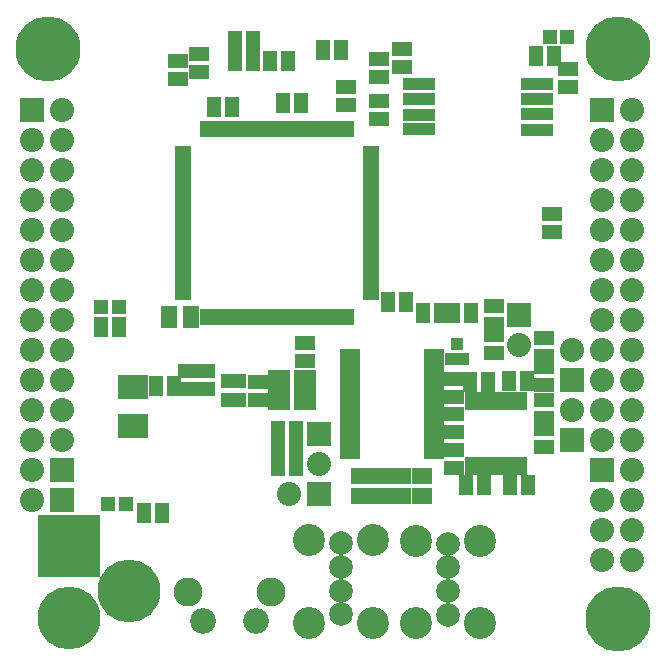
<source format=gts>
G04 (created by PCBNEW-RS274X (2011-07-20 BZR 3052)-testing) date Mon 29 Aug 2011 11:42:48 PM COT*
G01*
G70*
G90*
%MOIN*%
G04 Gerber Fmt 3.4, Leading zero omitted, Abs format*
%FSLAX34Y34*%
G04 APERTURE LIST*
%ADD10C,0.006000*%
%ADD11R,0.035700X0.051400*%
%ADD12C,0.106600*%
%ADD13C,0.079100*%
%ADD14R,0.035700X0.059300*%
%ADD15R,0.055000X0.028000*%
%ADD16R,0.028000X0.055000*%
%ADD17R,0.045000X0.065000*%
%ADD18R,0.065000X0.045000*%
%ADD19R,0.080000X0.080000*%
%ADD20C,0.080000*%
%ADD21C,0.086000*%
%ADD22C,0.096000*%
%ADD23R,0.100000X0.080000*%
%ADD24R,0.055000X0.075000*%
%ADD25R,0.070000X0.036000*%
%ADD26R,0.039600X0.043600*%
%ADD27C,0.209000*%
%ADD28R,0.209000X0.209000*%
%ADD29R,0.033800X0.055400*%
%ADD30R,0.075100X0.067200*%
%ADD31R,0.106600X0.043600*%
%ADD32C,0.216900*%
%ADD33R,0.051400X0.051400*%
G04 APERTURE END LIST*
G54D10*
G54D11*
X53605Y-45887D03*
X53350Y-45887D03*
X53095Y-45887D03*
X53095Y-46515D03*
X53350Y-46515D03*
X53605Y-46515D03*
G54D12*
X55866Y-51198D03*
X58008Y-51198D03*
G54D13*
X56937Y-53666D03*
X56937Y-52879D03*
X56937Y-52091D03*
X56937Y-51304D03*
G54D12*
X58008Y-53953D03*
X55866Y-53953D03*
X59433Y-51206D03*
X61575Y-51206D03*
G54D13*
X60504Y-53674D03*
X60504Y-52887D03*
X60504Y-52099D03*
X60504Y-51312D03*
G54D12*
X61575Y-53961D03*
X59433Y-53961D03*
G54D14*
X62966Y-46557D03*
X62716Y-46557D03*
X62466Y-46557D03*
X62216Y-46557D03*
X61966Y-46557D03*
X61716Y-46557D03*
X61466Y-46557D03*
X61216Y-46557D03*
X61216Y-48721D03*
X61466Y-48721D03*
X61716Y-48721D03*
X61966Y-48721D03*
X62216Y-48721D03*
X62466Y-48721D03*
X62716Y-48721D03*
X62966Y-48721D03*
G54D15*
X57919Y-43054D03*
G54D16*
X57228Y-37495D03*
G54D15*
X51669Y-38186D03*
G54D16*
X52360Y-43745D03*
G54D15*
X57919Y-42897D03*
G54D16*
X57071Y-37495D03*
G54D15*
X51669Y-38343D03*
G54D16*
X52517Y-43745D03*
G54D15*
X57919Y-42740D03*
G54D16*
X56914Y-37495D03*
G54D15*
X51669Y-38500D03*
G54D16*
X52674Y-43745D03*
G54D15*
X57919Y-42583D03*
G54D16*
X56757Y-37495D03*
G54D15*
X51669Y-38657D03*
G54D16*
X52831Y-43745D03*
G54D15*
X57919Y-42426D03*
G54D16*
X56600Y-37495D03*
G54D15*
X51669Y-38814D03*
G54D16*
X52988Y-43745D03*
G54D15*
X57919Y-42269D03*
G54D16*
X56443Y-37495D03*
G54D15*
X51669Y-38971D03*
G54D16*
X53145Y-43745D03*
G54D15*
X57919Y-42112D03*
G54D16*
X56286Y-37495D03*
G54D15*
X51669Y-39128D03*
G54D16*
X53302Y-43745D03*
G54D15*
X57919Y-41955D03*
G54D16*
X56129Y-37495D03*
G54D15*
X51669Y-39285D03*
G54D16*
X53459Y-43745D03*
G54D15*
X57919Y-41798D03*
G54D16*
X55972Y-37495D03*
G54D15*
X51669Y-39442D03*
G54D16*
X53616Y-43745D03*
G54D15*
X57919Y-41641D03*
G54D16*
X55815Y-37495D03*
G54D15*
X51669Y-39599D03*
G54D16*
X53773Y-43745D03*
G54D15*
X57919Y-41484D03*
G54D16*
X55658Y-37495D03*
G54D15*
X51669Y-39756D03*
G54D16*
X53930Y-43745D03*
G54D15*
X57919Y-41327D03*
G54D16*
X55501Y-37495D03*
G54D15*
X51669Y-39913D03*
G54D16*
X54087Y-43745D03*
G54D15*
X57919Y-41170D03*
G54D16*
X55344Y-37495D03*
G54D15*
X51669Y-40070D03*
G54D16*
X54244Y-43745D03*
G54D15*
X57919Y-41013D03*
G54D16*
X55187Y-37495D03*
G54D15*
X51669Y-40227D03*
G54D16*
X54401Y-43745D03*
G54D15*
X57919Y-40856D03*
G54D16*
X55030Y-37495D03*
G54D15*
X51669Y-40384D03*
G54D16*
X54558Y-43745D03*
G54D15*
X57919Y-40699D03*
G54D16*
X54873Y-37495D03*
G54D15*
X51669Y-40541D03*
G54D16*
X54715Y-43745D03*
G54D15*
X57919Y-40542D03*
G54D16*
X54716Y-37495D03*
G54D15*
X51669Y-40698D03*
G54D16*
X54872Y-43745D03*
G54D15*
X57919Y-40385D03*
G54D16*
X54559Y-37495D03*
G54D15*
X51669Y-40855D03*
G54D16*
X55029Y-43745D03*
G54D15*
X57919Y-40228D03*
G54D16*
X54402Y-37495D03*
G54D15*
X51669Y-41012D03*
G54D16*
X55186Y-43745D03*
G54D15*
X57919Y-40071D03*
G54D16*
X54245Y-37495D03*
G54D15*
X51669Y-41169D03*
G54D16*
X55343Y-43745D03*
G54D15*
X57919Y-39914D03*
G54D16*
X54088Y-37495D03*
G54D15*
X51669Y-41326D03*
G54D16*
X55500Y-43745D03*
G54D15*
X57919Y-39757D03*
G54D16*
X53931Y-37495D03*
G54D15*
X51669Y-41483D03*
G54D16*
X55657Y-43745D03*
G54D15*
X57919Y-39600D03*
G54D16*
X53774Y-37495D03*
G54D15*
X51669Y-41640D03*
G54D16*
X55814Y-43745D03*
G54D15*
X57919Y-39443D03*
G54D16*
X53617Y-37495D03*
G54D15*
X51669Y-41797D03*
G54D16*
X55971Y-43745D03*
G54D15*
X57919Y-39286D03*
G54D16*
X53460Y-37495D03*
G54D15*
X51669Y-41954D03*
G54D16*
X56128Y-43745D03*
G54D15*
X57919Y-39129D03*
G54D16*
X53303Y-37495D03*
G54D15*
X51669Y-42111D03*
G54D16*
X56285Y-43745D03*
G54D15*
X57919Y-38972D03*
G54D16*
X53146Y-37495D03*
G54D15*
X51669Y-42268D03*
G54D16*
X56442Y-43745D03*
G54D15*
X57919Y-38815D03*
G54D16*
X52989Y-37495D03*
G54D15*
X51669Y-42425D03*
G54D16*
X56599Y-43745D03*
G54D15*
X57919Y-38658D03*
G54D16*
X52832Y-37495D03*
G54D15*
X51669Y-42582D03*
G54D16*
X56756Y-43745D03*
G54D15*
X57919Y-38501D03*
G54D16*
X52675Y-37495D03*
G54D15*
X51669Y-42739D03*
G54D16*
X56913Y-43745D03*
G54D15*
X57919Y-38344D03*
G54D16*
X52518Y-37495D03*
G54D15*
X51669Y-42896D03*
G54D16*
X57070Y-43745D03*
G54D15*
X57919Y-38187D03*
G54D16*
X52361Y-37495D03*
G54D15*
X51669Y-43053D03*
G54D16*
X57227Y-43745D03*
G54D17*
X62515Y-45898D03*
X63115Y-45898D03*
X61836Y-45934D03*
X61236Y-45934D03*
X63143Y-49367D03*
X62543Y-49367D03*
X61678Y-49358D03*
X61078Y-49358D03*
X52692Y-36752D03*
X53292Y-36752D03*
G54D18*
X64508Y-35487D03*
X64508Y-36087D03*
G54D17*
X48913Y-44075D03*
X49513Y-44075D03*
X64040Y-35039D03*
X63440Y-35039D03*
G54D18*
X58209Y-37170D03*
X58209Y-36570D03*
G54D17*
X50964Y-50280D03*
X50364Y-50280D03*
X60269Y-43622D03*
X59669Y-43622D03*
G54D19*
X65642Y-36839D03*
G54D20*
X66642Y-36839D03*
X65642Y-37839D03*
X66642Y-37839D03*
X65642Y-38839D03*
X66642Y-38839D03*
X65642Y-39839D03*
X66642Y-39839D03*
X65642Y-40839D03*
X66642Y-40839D03*
X65642Y-41839D03*
X66642Y-41839D03*
X65642Y-42839D03*
X66642Y-42839D03*
X65642Y-43839D03*
X66642Y-43839D03*
X65642Y-44839D03*
X66642Y-44839D03*
X65642Y-45839D03*
X66642Y-45839D03*
X65642Y-46839D03*
X66642Y-46839D03*
X65642Y-47839D03*
X66642Y-47839D03*
G54D21*
X52319Y-53890D03*
X54089Y-53890D03*
G54D22*
X51819Y-52910D03*
X54579Y-52910D03*
G54D23*
X50000Y-46082D03*
X50000Y-47382D03*
G54D24*
X51938Y-43752D03*
X51188Y-43752D03*
G54D18*
X52185Y-35595D03*
X52185Y-34995D03*
X51476Y-35812D03*
X51476Y-35212D03*
G54D17*
X53981Y-34567D03*
X53381Y-34567D03*
X53981Y-35217D03*
X53381Y-35217D03*
X54562Y-35217D03*
X55162Y-35217D03*
X56334Y-34843D03*
X56934Y-34843D03*
G54D18*
X58209Y-35153D03*
X58209Y-35753D03*
X57087Y-36698D03*
X57087Y-36098D03*
G54D17*
X55576Y-36634D03*
X54976Y-36634D03*
G54D18*
X58965Y-35434D03*
X58965Y-34834D03*
X62025Y-44361D03*
X62025Y-44961D03*
X63705Y-46530D03*
X63705Y-47130D03*
X62025Y-43993D03*
X62025Y-43393D03*
X63957Y-40910D03*
X63957Y-40310D03*
X63704Y-45417D03*
X63704Y-46017D03*
G54D17*
X55410Y-48717D03*
X54810Y-48717D03*
X55410Y-48146D03*
X54810Y-48146D03*
X55410Y-47571D03*
X54810Y-47571D03*
G54D18*
X52409Y-45550D03*
X52409Y-46150D03*
G54D17*
X51363Y-46055D03*
X50763Y-46055D03*
G54D18*
X51835Y-46150D03*
X51835Y-45550D03*
X54165Y-45909D03*
X54165Y-46509D03*
X55740Y-44625D03*
X55740Y-45225D03*
G54D19*
X65642Y-48839D03*
G54D20*
X66642Y-48839D03*
X65642Y-49839D03*
X66642Y-49839D03*
X65642Y-50839D03*
X66642Y-50839D03*
X65642Y-51839D03*
X66642Y-51839D03*
G54D19*
X64642Y-47839D03*
G54D20*
X64642Y-46839D03*
G54D19*
X64642Y-45839D03*
G54D20*
X64642Y-44839D03*
G54D19*
X47642Y-48839D03*
G54D20*
X46642Y-48839D03*
G54D19*
X47642Y-49839D03*
G54D20*
X46642Y-49839D03*
G54D19*
X62851Y-43673D03*
G54D20*
X62851Y-44673D03*
G54D18*
X63704Y-44452D03*
X63704Y-45052D03*
G54D17*
X58476Y-43264D03*
X59076Y-43264D03*
G54D18*
X63709Y-48098D03*
X63709Y-47498D03*
G54D17*
X61265Y-43622D03*
X60665Y-43622D03*
G54D25*
X60022Y-48327D03*
X60022Y-48077D03*
X60022Y-47817D03*
X60022Y-47557D03*
X60022Y-47307D03*
X60022Y-47047D03*
X60022Y-46787D03*
X60022Y-46537D03*
X60022Y-46277D03*
X60022Y-46027D03*
X60022Y-45767D03*
X60022Y-45507D03*
X60022Y-45257D03*
X60022Y-44997D03*
X57222Y-44997D03*
X57222Y-45257D03*
X57222Y-45497D03*
X57222Y-45767D03*
X57222Y-46027D03*
X57222Y-46277D03*
X57222Y-46537D03*
X57222Y-46787D03*
X57222Y-47047D03*
X57222Y-47307D03*
X57222Y-47557D03*
X57222Y-47817D03*
X57222Y-48077D03*
X57222Y-48327D03*
G54D18*
X60693Y-48784D03*
X60693Y-48184D03*
X60697Y-46430D03*
X60697Y-45830D03*
X60697Y-46980D03*
X60697Y-47580D03*
G54D19*
X46642Y-36839D03*
G54D20*
X47642Y-36839D03*
X46642Y-37839D03*
X47642Y-37839D03*
X46642Y-38839D03*
X47642Y-38839D03*
X46642Y-39839D03*
X47642Y-39839D03*
X46642Y-40839D03*
X47642Y-40839D03*
X46642Y-41839D03*
X47642Y-41839D03*
X46642Y-42839D03*
X47642Y-42839D03*
X46642Y-43839D03*
X47642Y-43839D03*
X46642Y-44839D03*
X47642Y-44839D03*
X46642Y-45839D03*
X47642Y-45839D03*
X46642Y-46839D03*
X47642Y-46839D03*
X46642Y-47839D03*
X47642Y-47839D03*
G54D26*
X60603Y-45168D03*
X60995Y-45168D03*
X60799Y-44658D03*
G54D27*
X47864Y-53780D03*
G54D28*
X47864Y-51380D03*
G54D27*
X49864Y-52880D03*
G54D29*
X57413Y-49713D03*
X57413Y-49044D03*
X57748Y-49044D03*
X57748Y-49713D03*
X59472Y-49713D03*
X59472Y-49044D03*
X59807Y-49044D03*
X59807Y-49713D03*
X58764Y-49720D03*
X58764Y-49051D03*
X59099Y-49051D03*
X59099Y-49720D03*
X58083Y-49713D03*
X58083Y-49044D03*
X58418Y-49044D03*
X58418Y-49713D03*
G54D30*
X55740Y-45862D03*
X54874Y-45862D03*
X54874Y-46531D03*
X55740Y-46531D03*
G54D31*
X63464Y-37508D03*
X63464Y-37004D03*
X63464Y-36500D03*
X63464Y-35996D03*
X59527Y-36004D03*
X59527Y-36496D03*
X59527Y-37008D03*
X59527Y-37500D03*
G54D32*
X66173Y-34808D03*
X47173Y-34808D03*
G54D19*
X56189Y-47646D03*
G54D20*
X56189Y-48646D03*
G54D19*
X56193Y-49654D03*
G54D20*
X55193Y-49654D03*
G54D32*
X66173Y-53808D03*
G54D33*
X49169Y-49980D03*
X49759Y-49980D03*
X64468Y-34409D03*
X63878Y-34409D03*
X48937Y-43425D03*
X49527Y-43425D03*
M02*

</source>
